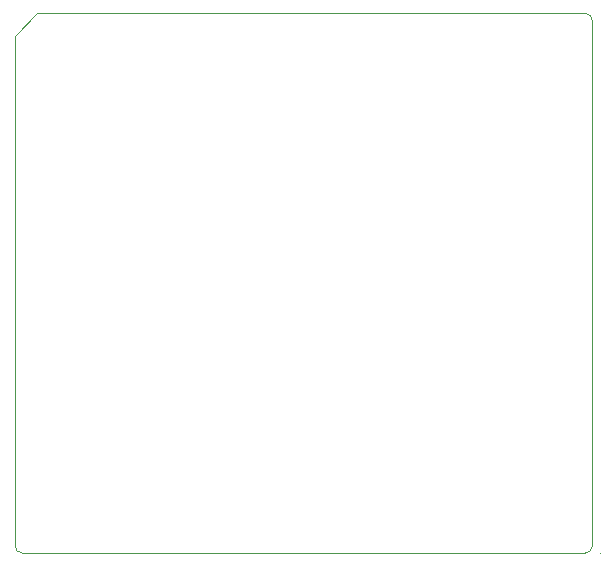
<source format=gbr>
G04 #@! TF.GenerationSoftware,KiCad,Pcbnew,(5.1.5)-3*
G04 #@! TF.CreationDate,2023-10-15T16:11:27+02:00*
G04 #@! TF.ProjectId,486VRM,34383656-524d-42e6-9b69-6361645f7063,rev?*
G04 #@! TF.SameCoordinates,Original*
G04 #@! TF.FileFunction,Profile,NP*
%FSLAX46Y46*%
G04 Gerber Fmt 4.6, Leading zero omitted, Abs format (unit mm)*
G04 Created by KiCad (PCBNEW (5.1.5)-3) date 2023-10-15 16:11:27*
%MOMM*%
%LPD*%
G04 APERTURE LIST*
%ADD10C,0.050000*%
G04 APERTURE END LIST*
D10*
X157140000Y-132860000D02*
G75*
G02X156505000Y-132225000I0J635000D01*
G01*
X205400000Y-132225000D02*
G75*
G02X204765000Y-132860000I-635000J0D01*
G01*
X204765000Y-87140000D02*
G75*
G02X205400000Y-87775000I0J-635000D01*
G01*
X156505000Y-132225000D02*
X156505000Y-89045000D01*
X204765000Y-132860000D02*
X157140000Y-132860000D01*
X206035000Y-132860000D02*
X206035000Y-132860000D01*
X205400000Y-87775000D02*
X205400000Y-132225000D01*
X158410000Y-87140000D02*
X204765000Y-87140000D01*
X156505000Y-89045000D02*
X158410000Y-87140000D01*
M02*

</source>
